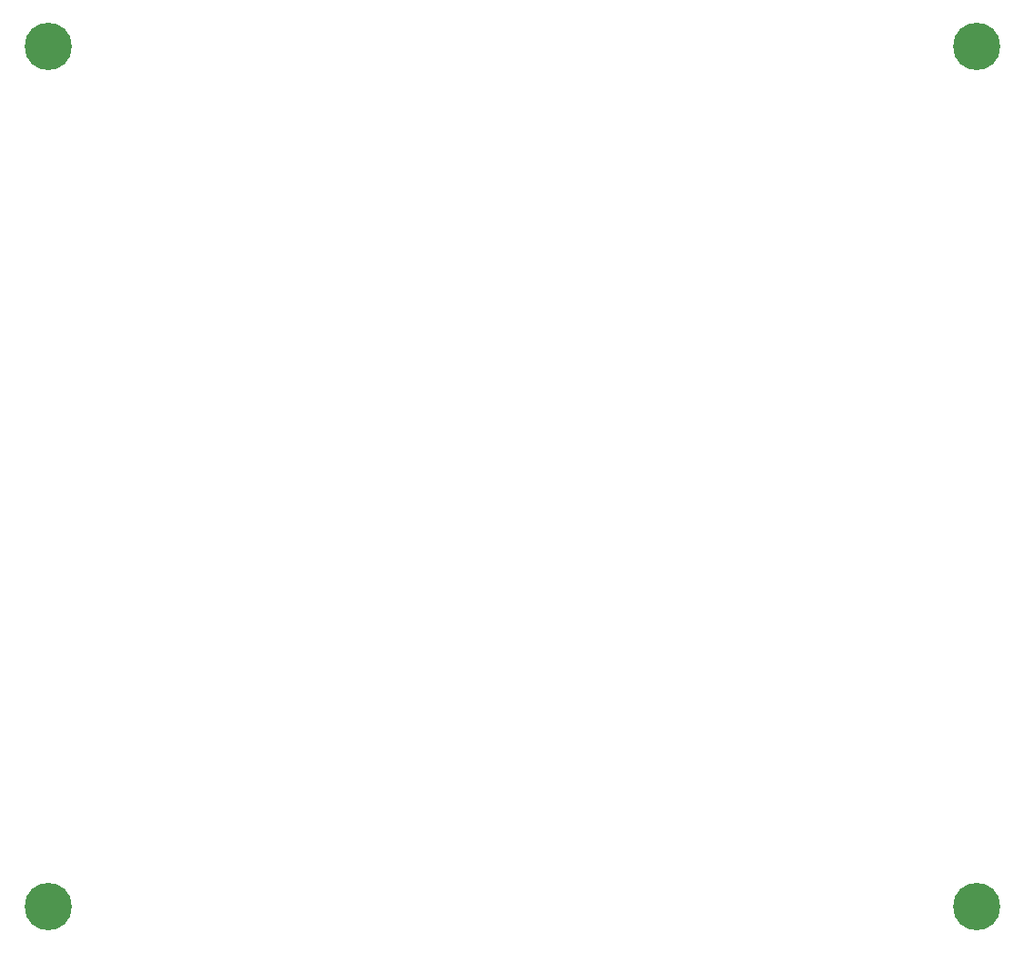
<source format=gbr>
%TF.GenerationSoftware,KiCad,Pcbnew,(5.1.10)-1*%
%TF.CreationDate,2021-09-14T12:20:03+02:00*%
%TF.ProjectId,BTS-MainBoard-Power,4254532d-4d61-4696-9e42-6f6172642d50,rev?*%
%TF.SameCoordinates,Original*%
%TF.FileFunction,Soldermask,Bot*%
%TF.FilePolarity,Negative*%
%FSLAX46Y46*%
G04 Gerber Fmt 4.6, Leading zero omitted, Abs format (unit mm)*
G04 Created by KiCad (PCBNEW (5.1.10)-1) date 2021-09-14 12:20:03*
%MOMM*%
%LPD*%
G01*
G04 APERTURE LIST*
%ADD10C,4.400000*%
G04 APERTURE END LIST*
D10*
%TO.C,H3*%
X252730000Y-46990000D03*
%TD*%
%TO.C,H4*%
X166370000Y-46990000D03*
%TD*%
%TO.C,H2*%
X166370000Y-127000000D03*
%TD*%
%TO.C,H1*%
X252730000Y-127000000D03*
%TD*%
M02*

</source>
